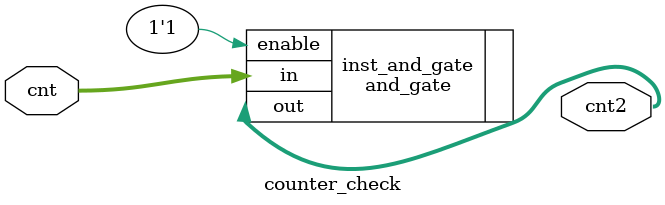
<source format=v>
`timescale 1ns / 1ps

module counter_check (
    input  wire [2 : 0] cnt,
    output wire [2 : 0] cnt2
);

    and_gate #(
        .WIDTH(3)
    ) inst_and_gate (
        .enable(1'b1),
        .in(cnt),
        .out(cnt2)
    );

endmodule
</source>
